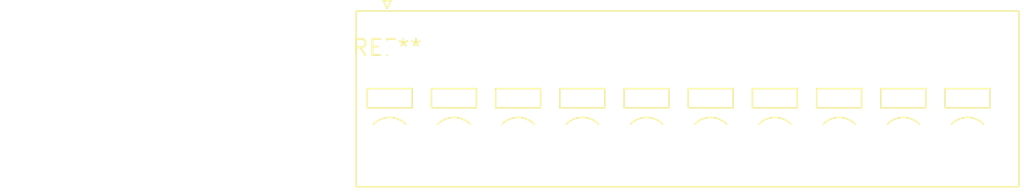
<source format=kicad_pcb>
(kicad_pcb (version 20240108) (generator pcbnew)
  (layers (0 "F.Cu" signal) (31 "B.Cu" signal) (34 "B.Paste" user) (35 "F.Paste" user) (36 "B.SilkS" user "B.Silkscreen") (37 "F.SilkS" user "F.Silkscreen") (38 "B.Mask" user) (39 "F.Mask" user) (44 "Edge.Cuts" user))
  (net 0 "")
  (footprint "PhoenixContact_SPT_2.5_10-V-5.0-EX_1x10_P5.0mm_Vertical" (layer "F.Cu") (at 0 0)
    (property "Reference" "REF**")
    (property "Value" "PhoenixContact_SPT_2.5_10-V-5.0-EX_1x10_P5.0mm_Vertical")
    (fp_line (start -2.41 -2.86) (end 49.21 -2.86) (layer "F.SilkS") (stroke (width 0.12)))
    (fp_line (start -2.41 10.86) (end -2.41 -2.86) (layer "F.SilkS") (stroke (width 0.12)))
    (fp_line (start -1.55 3.2) (end -1.55 4.7) (layer "F.SilkS") (stroke (width 0.12)))
    (fp_line (start -1.55 4.7) (end 1.95 4.7) (layer "F.SilkS") (stroke (width 0.12)))
    (fp_line (start -0.3 -3.66) (end 0 -3.06) (layer "F.SilkS") (stroke (width 0.12)))
    (fp_line (start -0.3 -3.66) (end 0.3 -3.66) (layer "F.SilkS") (stroke (width 0.12)))
    (fp_line (start 0.3 -3.66) (end 0 -3.06) (layer "F.SilkS") (stroke (width 0.12)))
    (fp_line (start 1.95 3.2) (end -1.55 3.2) (layer "F.SilkS") (stroke (width 0.12)))
    (fp_line (start 1.95 4.7) (end 1.95 3.2) (layer "F.SilkS") (stroke (width 0.12)))
    (fp_line (start 3.45 3.2) (end 3.45 4.7) (layer "F.SilkS") (stroke (width 0.12)))
    (fp_line (start 3.45 4.7) (end 6.95 4.7) (layer "F.SilkS") (stroke (width 0.12)))
    (fp_line (start 6.95 3.2) (end 3.45 3.2) (layer "F.SilkS") (stroke (width 0.12)))
    (fp_line (start 6.95 4.7) (end 6.95 3.2) (layer "F.SilkS") (stroke (width 0.12)))
    (fp_line (start 8.45 3.2) (end 8.45 4.7) (layer "F.SilkS") (stroke (width 0.12)))
    (fp_line (start 8.45 4.7) (end 11.95 4.7) (layer "F.SilkS") (stroke (width 0.12)))
    (fp_line (start 11.95 3.2) (end 8.45 3.2) (layer "F.SilkS") (stroke (width 0.12)))
    (fp_line (start 11.95 4.7) (end 11.95 3.2) (layer "F.SilkS") (stroke (width 0.12)))
    (fp_line (start 13.45 3.2) (end 13.45 4.7) (layer "F.SilkS") (stroke (width 0.12)))
    (fp_line (start 13.45 4.7) (end 16.95 4.7) (layer "F.SilkS") (stroke (width 0.12)))
    (fp_line (start 16.95 3.2) (end 13.45 3.2) (layer "F.SilkS") (stroke (width 0.12)))
    (fp_line (start 16.95 4.7) (end 16.95 3.2) (layer "F.SilkS") (stroke (width 0.12)))
    (fp_line (start 18.45 3.2) (end 18.45 4.7) (layer "F.SilkS") (stroke (width 0.12)))
    (fp_line (start 18.45 4.7) (end 21.95 4.7) (layer "F.SilkS") (stroke (width 0.12)))
    (fp_line (start 21.95 3.2) (end 18.45 3.2) (layer "F.SilkS") (stroke (width 0.12)))
    (fp_line (start 21.95 4.7) (end 21.95 3.2) (layer "F.SilkS") (stroke (width 0.12)))
    (fp_line (start 23.45 3.2) (end 23.45 4.7) (layer "F.SilkS") (stroke (width 0.12)))
    (fp_line (start 23.45 4.7) (end 26.95 4.7) (layer "F.SilkS") (stroke (width 0.12)))
    (fp_line (start 26.95 3.2) (end 23.45 3.2) (layer "F.SilkS") (stroke (width 0.12)))
    (fp_line (start 26.95 4.7) (end 26.95 3.2) (layer "F.SilkS") (stroke (width 0.12)))
    (fp_line (start 28.45 3.2) (end 28.45 4.7) (layer "F.SilkS") (stroke (width 0.12)))
    (fp_line (start 28.45 4.7) (end 31.95 4.7) (layer "F.SilkS") (stroke (width 0.12)))
    (fp_line (start 31.95 3.2) (end 28.45 3.2) (layer "F.SilkS") (stroke (width 0.12)))
    (fp_line (start 31.95 4.7) (end 31.95 3.2) (layer "F.SilkS") (stroke (width 0.12)))
    (fp_line (start 33.45 3.2) (end 33.45 4.7) (layer "F.SilkS") (stroke (width 0.12)))
    (fp_line (start 33.45 4.7) (end 36.95 4.7) (layer "F.SilkS") (stroke (width 0.12)))
    (fp_line (start 36.95 3.2) (end 33.45 3.2) (layer "F.SilkS") (stroke (width 0.12)))
    (fp_line (start 36.95 4.7) (end 36.95 3.2) (layer "F.SilkS") (stroke (width 0.12)))
    (fp_line (start 38.45 3.2) (end 38.45 4.7) (layer "F.SilkS") (stroke (width 0.12)))
    (fp_line (start 38.45 4.7) (end 41.95 4.7) (layer "F.SilkS") (stroke (width 0.12)))
    (fp_line (start 41.95 3.2) (end 38.45 3.2) (layer "F.SilkS") (stroke (width 0.12)))
    (fp_line (start 41.95 4.7) (end 41.95 3.2) (layer "F.SilkS") (stroke (width 0.12)))
    (fp_line (start 43.45 3.2) (end 43.45 4.7) (layer "F.SilkS") (stroke (width 0.12)))
    (fp_line (start 43.45 4.7) (end 46.95 4.7) (layer "F.SilkS") (stroke (width 0.12)))
    (fp_line (start 46.95 3.2) (end 43.45 3.2) (layer "F.SilkS") (stroke (width 0.12)))
    (fp_line (start 46.95 4.7) (end 46.95 3.2) (layer "F.SilkS") (stroke (width 0.12)))
    (fp_line (start 49.21 -2.86) (end 49.21 10.86) (layer "F.SilkS") (stroke (width 0.12)))
    (fp_line (start 49.21 10.86) (end -2.41 10.86) (layer "F.SilkS") (stroke (width 0.12)))
    (fp_arc (start -1.037437 5.962563) (mid 0.2 5.45) (end 1.437437 5.962563) (layer "F.SilkS") (stroke (width 0.12)))
    (fp_arc (start 3.962563 5.962563) (mid 5.2 5.45) (end 6.437437 5.962563) (layer "F.SilkS") (stroke (width 0.12)))
    (fp_arc (start 8.962563 5.962563) (mid 10.2 5.45) (end 11.437437 5.962563) (layer "F.SilkS") (stroke (width 0.12)))
    (fp_arc (start 13.962563 5.962563) (mid 15.2 5.45) (end 16.437437 5.962563) (layer "F.SilkS") (stroke (width 0.12)))
    (fp_arc (start 18.962563 5.962563) (mid 20.2 5.45) (end 21.437437 5.962563) (layer "F.SilkS") (stroke (width 0.12)))
    (fp_arc (start 23.962563 5.962563) (mid 25.2 5.45) (end 26.437437 5.962563) (layer "F.SilkS") (stroke (width 0.12)))
    (fp_arc (start 28.962563 5.962563) (mid 30.2 5.45) (end 31.437437 5.962563) (layer "F.SilkS") (stroke (width 0.12)))
    (fp_arc (start 33.962563 5.962563) (mid 35.2 5.45) (end 36.437437 5.962563) (layer "F.SilkS") (stroke (width 0.12)))
    (fp_arc (start 38.962563 5.962563) (mid 40.2 5.45) (end 41.437437 5.962563) (layer "F.SilkS") (stroke (width 0.12)))
    (fp_arc (start 43.962563 5.962563) (mid 45.2 5.45) (end 46.437437 5.962563) (layer "F.SilkS") (stroke (width 0.12)))
    (pad "1" thru_hole roundrect (at 0 0) (size 1.8 3.3) (drill 1.1) (layers *.Cu *.Mask) (remove_unused_layers) (roundrect_rratio 0.138889))
    (pad "1" thru_hole roundrect (at 0 8.2) (size 1.8 3.3) (drill 1.1) (layers *.Cu *.Mask) (remove_unused_layers) (roundrect_rratio 0.138889))
    (pad "2" thru_hole oval (at 5 0) (size 1.8 3.3) (drill 1.1) (layers *.Cu *.Mask) (remove_unused_layers))
    (pad "2" thru_hole oval (at 5 8.2) (size 1.8 3.3) (drill 1.1) (layers *.Cu *.Mask) (remove_unused_layers))
    (pad "3" thru_hole oval (at 10 0) (size 1.8 3.3) (drill 1.1) (layers *.Cu *.Mask) (remove_unused_layers))
    (pad "3" thru_hole oval (at 10 8.2) (size 1.8 3.3) (drill 1.1) (layers *.Cu *.Mask) (remove_unused_layers))
    (pad "4" thru_hole oval (at 15 0) (size 1.8 3.3) (drill 1.1) (layers *.Cu *.Mask) (remove_unused_layers))
    (pad "4" thru_hole oval (at 15 8.2) (size 1.8 3.3) (drill 1.1) (layers *.Cu *.Mask) (remove_unused_layers))
    (pad "5" thru_hole oval (at 20 0) (size 1.8 3.3) (drill 1.1) (layers *.Cu *.Mask) (remove_unused_layers))
    (pad "5" thru_hole oval (at 20 8.2) (size 1.8 3.3) (drill 1.1) (layers *.Cu *.Mask) (remove_unused_layers))
    (pad "6" thru_hole oval (at 25 0) (size 1.8 3.3) (drill 1.1) (layers *.Cu *.Mask) (remove_unused_layers))
    (pad "6" thru_hole oval (at 25 8.2) (size 1.8 3.3) (drill 1.1) (layers *.Cu *.Mask) (remove_unused_layers))
    (pad "7" thru_hole oval (at 30 0) (size 1.8 3.3) (drill 1.1) (layers *.Cu *.Mask) (remove_unused_layers))
    (pad "7" thru_hole oval (at 30 8.2) (size 1.8 3.3) (drill 1.1) (layers *.Cu *.Mask) (remove_unused_layers))
    (pad "8" thru_hole oval (at 35 0) (size 1.8 3.3) (drill 1.1) (layers *.Cu *.Mask) (remove_unused_layers))
    (pad "8" thru_hole oval (at 35 8.2) (size 1.8 3.3) (drill 1.1) (layers *.Cu *.Mask) (remove_unused_layers))
    (pad "9" thru_hole oval (at 40 0) (size 1.8 3.3) (drill 1.1) (layers *.Cu *.Mask) (remove_unused_layers))
    (pad "9" thru_hole oval (at 40 8.2) (size 1.8 3.3) (drill 1.1) (layers *.Cu *.Mask) (remove_unused_layers))
    (pad "10" thru_hole oval (at 45 0) (size 1.8 3.3) (drill 1.1) (layers *.Cu *.Mask) (remove_unused_layers))
    (pad "10" thru_hole oval (at 45 8.2) (size 1.8 3.3) (drill 1.1) (layers *.Cu *.Mask) (remove_unused_layers))
  )
)
</source>
